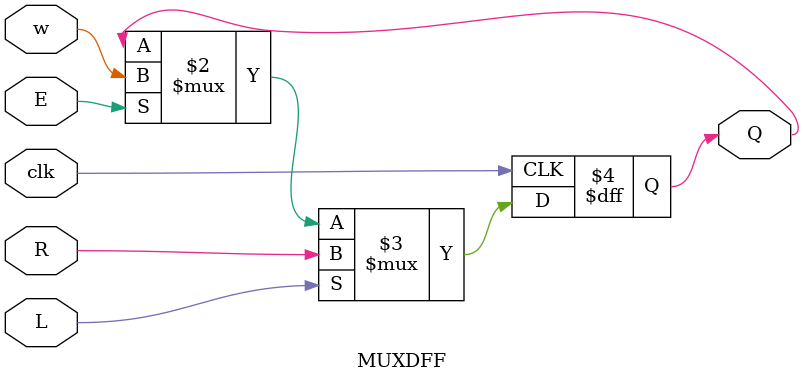
<source format=v>
module top_module (
    input [3:0] SW,
    input [3:0] KEY,
    output [3:0] LEDR
); //
    MUXDFF muxdff3 (KEY[0],KEY[1],KEY[2],SW[3],KEY[3],LEDR[3]);
    MUXDFF muxdff2 (KEY[0],KEY[1],KEY[2],SW[2],LEDR[3],LEDR[2]);
    MUXDFF muxdff1 (KEY[0],KEY[1],KEY[2],SW[1],LEDR[2],LEDR[1]);
    MUXDFF muxdff0 (KEY[0],KEY[1],KEY[2],SW[0],LEDR[1],LEDR[0]);
endmodule

module MUXDFF (
    input clk,
	input E,
    input L,
	input R,
    input w,
	output Q);

	always @(posedge clk) begin
          Q <= L ? R : (E?w:Q);
    end
    
endmodule

</source>
